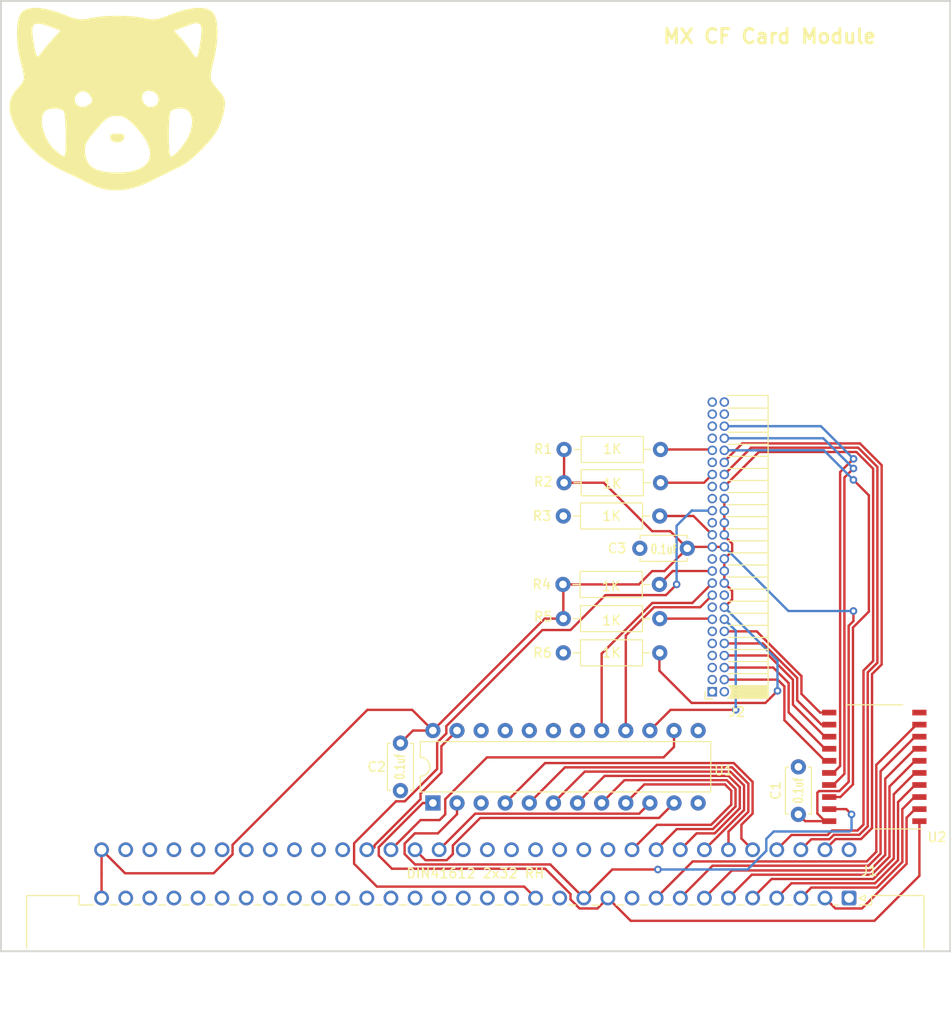
<source format=kicad_pcb>
(kicad_pcb (version 20221018) (generator pcbnew)
  (layers (0 "F.Cu" signal) (31 "B.Cu" signal) (34 "B.Paste" user) (35 "F.Paste" user) (36 "B.SilkS" user "B.Silkscreen") (37 "F.SilkS" user "F.Silkscreen") (38 "B.Mask" user) (39 "F.Mask" user) (44 "Edge.Cuts" user))
  (net 0 "")
  (net 1 "GND")
  (net 2 "VCC")
  (net 3 "/ADDR0")
  (net 4 "/ADDR1")
  (net 5 "/ADDR2")
  (net 6 "/ADDR3")
  (net 7 "/ADDR4")
  (net 8 "/ADDR5")
  (net 9 "/ADDR6")
  (net 10 "/ADDR7")
  (net 11 "/ADDR8")
  (net 12 "/ADDR9")
  (net 13 "/ADDR10")
  (net 14 "/ADDR11")
  (net 15 "/ADDR12")
  (net 16 "/ADDR13")
  (net 17 "/ADDR14")
  (net 18 "/ADDR15")
  (net 19 "/ADDR16")
  (net 20 "/ADDR17")
  (net 21 "/ADDR18")
  (net 22 "/ADDR19")
  (net 50 "/~{RES}")
  (net 52 "CLK^{E}")
  (net 53 "R{slash}~{W}")
  (net 55 "/DATA7")
  (net 56 "/DATA6")
  (net 57 "/DATA5")
  (net 58 "/DATA4")
  (net 59 "/DATA3")
  (net 60 "/DATA2")
  (net 61 "/DATA1")
  (net 62 "/DATA0")
  (net 63 "Net-(J2-~{CS1})")
  (net 64 "Net-(J2-~{ATA})")
  (net 65 "Net-(J2-~{WE})")
  (net 66 "Net-(J2-A10)")
  (net 67 "Net-(J2-~{PDIAG})")
  (net 68 "Net-(J2-~{DMACK})")
  (net 71 "/~{CE}")
  (net 72 "/~{READ}")
  (net 73 "/~{WRITE}")
  (net 79 "/DATA^{CF}7")
  (net 80 "/DATA^{CF}6")
  (net 81 "/DATA^{CF}5")
  (net 82 "/DATA^{CF}4")
  (net 83 "/DATA^{CF}3")
  (net 84 "/DATA^{CF}2")
  (net 85 "/DATA^{CF}1")
  (net 86 "/DATA^{CF}0")
  (footprint "Resistor_THT:R_Axial_DIN0207_L6.3mm_D2.5mm_P10.16mm_Horizontal" (layer "F.Cu") (at 228.44 112.2)
    (fp_text reference "R5")
    (fp_text value "1K")
  )
  (footprint "Capacitor_THT:C_Disc_D4.7mm_W2.5mm_P5.00mm" (layer "F.Cu") (at 211.28 130.3 90)
    (fp_text reference "C2")
    (fp_text value "0.1uf")
  )
  (footprint "Connector_PinSocket_1.27mm:PinSocket_2x25_P1.27mm_Horizontal" (layer "F.Cu") (at 247.505164 88.14)
    (fp_text reference "J2")
    (fp_text value "CF-Card")
  )
  (footprint "Resistor_THT:R_Axial_DIN0207_L6.3mm_D2.5mm_P10.16mm_Horizontal" (layer "F.Cu") (at 228.52 94.4)
    (fp_text reference "R1")
    (fp_text value "1K")
  )
  (footprint "Resistor_THT:R_Axial_DIN0207_L6.3mm_D2.5mm_P10.16mm_Horizontal" (layer "F.Cu") (at 228.52 97.9)
    (fp_text reference "R2")
    (fp_text value "1K")
  )
  (footprint "Resistor_THT:R_Axial_DIN0207_L6.3mm_D2.5mm_P10.16mm_Horizontal" (layer "F.Cu") (at 228.4 108.6)
    (fp_text reference "R4")
    (fp_text value "1K")
  )
  (footprint "card_bus:DIN41612_R_2x32_Male_Horizontal_THT" (layer "F.Cu") (at 217.9 100.42 -90)
    (fp_text reference "J1")
    (fp_text value "DIN41612 2x32 RH")
  )
  (footprint "Capacitor_THT:C_Disc_D4.7mm_W2.5mm_P5.00mm" (layer "F.Cu") (at 253.2 127.8 -90)
    (fp_text reference "C1")
    (fp_text value "0.1uf")
  )
  (footprint "Package_SO:SO-20_12.8x7.5mm_P1.27mm" (layer "F.Cu") (at 261.2 127.8 180)
    (fp_text reference "U2")
    (fp_text value "74HC245")
  )
  (footprint "Resistor_THT:R_Axial_DIN0207_L6.3mm_D2.5mm_P10.16mm_Horizontal" (layer "F.Cu") (at 228.44 101.4)
    (fp_text reference "R3")
    (fp_text value "1K")
  )
  (footprint "Resistor_THT:R_Axial_DIN0207_L6.3mm_D2.5mm_P10.16mm_Horizontal" (layer "F.Cu") (at 228.44 115.8)
    (fp_text reference "R6")
    (fp_text value "1K")
  )
  (footprint "Package_DIP:DIP-24_W7.62mm" (layer "F.Cu") (at 214.7 131.6 90)
    (fp_text reference "U1")
    (fp_text value "GAL16V8")
  )
  (footprint "Capacitor_THT:C_Disc_D4.7mm_W2.5mm_P5.00mm" (layer "F.Cu") (at 236.5 104.8)
    (fp_text reference "C3")
    (fp_text value "0.1uf")
  )
  (gr_poly (pts (xy 190.265108 47.930213) (xy 190.39857 47.939367) (xy 190.526882 47.953448) (xy 190.649903 47.972471) (xy 190.767494 47.99645) (xy 190.879513 48.025399) (xy 190.98582 48.059333) (xy 191.086275 48.098268) (xy 191.180737 48.142216) (xy 191.269066 48.191193) (xy 191.351121 48.245213) (xy 191.426761 48.304292) (xy 191.495847 48.368442) (xy 191.558237 48.43768) (xy 191.613792 48.512019) (xy 191.706816 48.665517) (xy 191.787476 48.847037) (xy 191.855812 49.054835) (xy 191.911861 49.287166) (xy 191.955663 49.542286) (xy 191.987257 49.818451) (xy 192.006681 50.113917) (xy 192.013974 50.426941) (xy 192.009174 50.755778) (xy 191.992321 51.098683) (xy 191.963453 51.453913) (xy 191.92261 51.819724) (xy 191.869828 52.194372) (xy 191.805149 52.576112) (xy 191.72861 52.963201) (xy 191.640249 53.353895) (xy 191.476125 54.053542) (xy 191.413286 54.339939) (xy 191.36409 54.590408) (xy 191.344802 54.703659) (xy 191.329157 54.809716) (xy 191.317232 54.909175) (xy 191.309106 55.002631) (xy 191.304856 55.09068) (xy 191.304559 55.173919) (xy 191.308292 55.252942) (xy 191.316134 55.328347) (xy 191.328162 55.400729) (xy 191.344453 55.470683) (xy 191.365085 55.538807) (xy 191.390135 55.605694) (xy 191.419681 55.671943) (xy 191.4538 55.738147) (xy 191.49257 55.804904) (xy 191.536069 55.87281) (xy 191.584373 55.942459) (xy 191.637561 56.014448) (xy 191.758898 56.16783) (xy 191.900698 56.337723) (xy 192.063582 56.528893) (xy 192.190487 56.672095) (xy 192.303671 56.805104) (xy 192.403678 56.929509) (xy 192.491051 57.046898) (xy 192.56633 57.158862) (xy 192.63006 57.266988) (xy 192.682783 57.372866) (xy 192.705187 57.425459) (xy 192.725042 57.478086) (xy 192.742416 57.530945) (xy 192.757378 57.584236) (xy 192.769995 57.638156) (xy 192.780336 57.692905) (xy 192.794456 57.805682) (xy 192.800283 57.924157) (xy 192.798358 58.049918) (xy 192.789224 58.184554) (xy 192.773424 58.329655) (xy 192.751501 58.48681) (xy 192.738853 58.59515) (xy 192.721011 58.711086) (xy 192.698364 58.833533) (xy 192.671298 58.961406) (xy 192.605462 59.22909) (xy 192.526603 59.505456) (xy 192.437823 59.781821) (xy 192.342222 60.049505) (xy 192.2429 60.299826) (xy 192.142958 60.524102) (xy 192.014936 60.773059) (xy 191.851762 61.041125) (xy 191.657349 61.32446) (xy 191.435612 61.619229) (xy 191.190465 61.921594) (xy 190.925824 62.227719) (xy 190.645602 62.533766) (xy 190.353714 62.835899) (xy 190.054075 63.13028) (xy 189.750598 63.413073) (xy 189.4472 63.68044) (xy 189.147793 63.928545) (xy 188.856292 64.153551) (xy 188.576613 64.35162) (xy 188.312669 64.518915) (xy 188.068375 64.651601) (xy 186.831447 65.246914) (xy 185.999663 65.656191) (xy 185.157958 66.080351) (xy 184.681921 66.309484) (xy 184.215845 66.510712) (xy 183.759148 66.684035) (xy 183.311249 66.829453) (xy 182.871567 66.946965) (xy 182.439519 67.036572) (xy 182.014526 67.098274) (xy 181.596005 67.13207) (xy 181.183375 67.137961) (xy 180.776055 67.115947) (xy 180.373463 67.066028) (xy 179.975019 66.988203) (xy 179.58014 66.882473) (xy 179.188245 66.748838) (xy 178.798754 66.587297) (xy 178.411084 66.397852) (xy 177.782698 66.078698) (xy 177.03525 65.709935) (xy 176.267959 65.341172) (xy 175.580042 65.022017) (xy 175.203599 64.833444) (xy 174.829442 64.625918) (xy 174.459239 64.400951) (xy 174.094655 64.160055) (xy 173.737358 63.904741) (xy 173.389013 63.636521) (xy 173.051289 63.356906) (xy 172.72585 63.067409) (xy 172.414364 62.769539) (xy 172.118497 62.46481) (xy 171.839916 62.154732) (xy 171.580287 61.840817) (xy 171.341277 61.524577) (xy 171.124552 61.207523) (xy 170.93178 60.891166) (xy 170.764626 60.577019) (xy 170.602162 60.238538) (xy 170.46206 59.916801) (xy 170.41881 59.804271) (xy 173.517395 59.804271) (xy 173.520278 59.943169) (xy 173.546833 60.232544) (xy 173.599976 60.533546) (xy 173.67835 60.841602) (xy 173.780598 61.152139) (xy 173.905364 61.460583) (xy 174.051292 61.76236) (xy 174.217025 62.052898) (xy 174.401206 62.327622) (xy 174.602479 62.581961) (xy 174.709102 62.700056) (xy 174.819488 62.811339) (xy 174.933469 62.915239) (xy 175.050876 63.011185) (xy 175.115607 63.06509) (xy 175.180532 63.117483) (xy 175.245224 63.168094) (xy 175.309258 63.21665) (xy 175.372206 63.262881) (xy 175.433643 63.306516) (xy 175.493142 63.347282) (xy 175.550277 63.384909) (xy 175.604621 63.419125) (xy 175.655748 63.44966) (xy 175.703232 63.476241) (xy 175.746647 63.498597) (xy 175.785566 63.516458) (xy 175.819562 63.529552) (xy 175.848211 63.537607) (xy 175.860396 63.53966) (xy 175.871084 63.540352) (xy 175.892559 63.527968) (xy 175.912348 63.491822) (xy 175.946945 63.354265) (xy 175.975031 63.139737) (xy 175.995073 62.881994) (xy 178.050951 62.881994) (xy 178.055492 63.02139) (xy 178.067126 63.169934) (xy 178.101962 63.437579) (xy 178.157301 63.685148) (xy 178.192865 63.801525) (xy 178.233802 63.913028) (xy 178.280193 64.019706) (xy 178.332122 64.121607) (xy 178.389671 64.21878) (xy 178.452922 64.311273) (xy 178.521958 64.399134) (xy 178.596861 64.482412) (xy 178.677713 64.561156) (xy 178.764596 64.635413) (xy 178.857593 64.705233) (xy 178.956787 64.770664) (xy 179.062259 64.831753) (xy 179.174093 64.88855) (xy 179.417172 64.989462) (xy 179.686684 65.073785) (xy 179.983287 65.141907) (xy 180.307641 65.194217) (xy 180.660404 65.231101) (xy 181.042234 65.252947) (xy 181.453792 65.260143) (xy 181.790267 65.254367) (xy 182.110057 65.237192) (xy 182.413065 65.208845) (xy 182.699194 65.169554) (xy 182.968347 65.119547) (xy 183.220428 65.059051) (xy 183.45534 64.988294) (xy 183.672985 64.907503) (xy 183.873266 64.816907) (xy 184.056088 64.716733) (xy 184.221352 64.607209) (xy 184.368963 64.488562) (xy 184.498822 64.361021) (xy 184.610834 64.224812) (xy 184.704901 64.080164) (xy 184.780927 63.927305) (xy 184.838814 63.766461) (xy 184.878466 63.597861) (xy 184.899786 63.421732) (xy 184.902677 63.238303) (xy 184.887041 63.0478) (xy 184.852783 62.850452) (xy 184.799805 62.646486) (xy 184.728011 62.436129) (xy 184.637302 62.219611) (xy 184.527584 61.997157) (xy 184.398758 61.768997) (xy 184.250727 61.535357) (xy 184.123858 61.354232) (xy 186.881058 61.354232) (xy 186.896406 62.168808) (xy 186.936869 62.867732) (xy 186.966227 63.144272) (xy 187.001516 63.356436) (xy 187.042618 63.492403) (xy 187.065313 63.528119) (xy 187.089417 63.540352) (xy 187.138666 63.535767) (xy 187.19195 63.522278) (xy 187.248964 63.500282) (xy 187.309404 63.470176) (xy 187.439338 63.387222) (xy 187.57931 63.276596) (xy 187.726879 63.141475) (xy 187.879602 62.985037) (xy 188.035038 62.810461) (xy 188.190745 62.620925) (xy 188.344282 62.419606) (xy 188.493207 62.209684) (xy 188.635078 61.994335) (xy 188.767454 61.776738) (xy 188.887892 61.560072) (xy 188.993951 61.347514) (xy 189.08319 61.142242) (xy 189.153166 60.947434) (xy 189.19503 60.793523) (xy 189.231352 60.648797) (xy 189.262171 60.512519) (xy 189.287525 60.383955) (xy 189.307452 60.262367) (xy 189.321993 60.147019) (xy 189.331185 60.037174) (xy 189.335067 59.932097) (xy 189.333678 59.83105) (xy 189.327057 59.733297) (xy 189.315243 59.638103) (xy 189.298273 59.54473) (xy 189.276188 59.452443) (xy 189.249026 59.360504) (xy 189.216825 59.268177) (xy 189.179625 59.174727) (xy 189.134596 59.088815) (xy 189.08852 59.009569) (xy 189.040971 58.936835) (xy 188.991523 58.870456) (xy 188.93975 58.810279) (xy 188.885225 58.756148) (xy 188.827522 58.707908) (xy 188.797345 58.685949) (xy 188.766214 58.665404) (xy 188.734075 58.646255) (xy 188.700876 58.628481) (xy 188.666562 58.612064) (xy 188.63108 58.596985) (xy 188.556401 58.570759) (xy 188.476412 58.549649) (xy 188.390687 58.5335) (xy 188.2988 58.522157) (xy 188.200324 58.515465) (xy 188.094832 58.513269) (xy 188.015231 58.51509) (xy 187.935514 58.5204) (xy 187.856184 58.528965) (xy 187.777746 58.540554) (xy 187.700703 58.554933) (xy 187.625559 58.57187) (xy 187.552818 58.591132) (xy 187.482984 58.612487) (xy 187.416561 58.635703) (xy 187.354052 58.660547) (xy 187.295961 58.686785) (xy 187.242793 58.714187) (xy 187.19505 58.742518) (xy 187.153238 58.771548) (xy 187.117859 58.801042) (xy 187.102739 58.815891) (xy 187.089417 58.830769) (xy 187.06306 58.883853) (xy 187.038548 58.957783) (xy 186.995005 59.162273) (xy 186.95867 59.432418) (xy 186.929427 59.756397) (xy 186.891755 60.518572) (xy 186.881058 61.354232) (xy 184.123858 61.354232) (xy 184.083396 61.296466) (xy 183.896666 61.05255) (xy 183.690442 60.803839) (xy 183.464626 60.550559) (xy 183.292614 60.366546) (xy 183.132811 60.200865) (xy 182.983783 60.052625) (xy 182.844095 59.920934) (xy 182.712314 59.804901) (xy 182.587005 59.703635) (xy 182.466734 59.616243) (xy 182.350068 59.541836) (xy 182.292639 59.509222) (xy 182.235573 59.479521) (xy 182.17869 59.452619) (xy 182.121813 59.428406) (xy 182.064762 59.406771) (xy 182.007356 59.387601) (xy 181.949418 59.370786) (xy 181.890768 59.356214) (xy 181.770614 59.333354) (xy 181.64546 59.318129) (xy 181.513872 59.309647) (xy 181.374417 59.307018) (xy 181.23117 59.309699) (xy 181.097845 59.318542) (xy 180.972581 59.334749) (xy 180.853519 59.359521) (xy 180.738797 59.394061) (xy 180.626556 59.439568) (xy 180.514935 59.497246) (xy 180.402074 59.568294) (xy 180.286112 59.653916) (xy 180.165189 59.755312) (xy 180.037445 59.873683) (xy 179.901019 60.010232) (xy 179.754051 60.166159) (xy 179.594681 60.342666) (xy 179.231292 60.762227) (xy 179.042938 60.985185) (xy 178.874157 61.189074) (xy 178.724056 61.37591) (xy 178.591745 61.547709) (xy 178.476332 61.706485) (xy 178.376926 61.854253) (xy 178.292635 61.99303) (xy 178.25588 62.059677) (xy 178.222569 62.124831) (xy 178.192591 62.188745) (xy 178.165834 62.251671) (xy 178.142188 62.31386) (xy 178.121541 62.375565) (xy 178.103781 62.437037) (xy 178.088798 62.498529) (xy 178.076478 62.560292) (xy 178.066712 62.622578) (xy 178.059388 62.685639) (xy 178.054394 62.749728) (xy 178.050951 62.881994) (xy 175.995073 62.881994) (xy 175.996761 62.86029) (xy 176.021772 62.154855) (xy 176.023219 61.334388) (xy 176.002342 60.495318) (xy 175.960381 59.734073) (xy 175.931881 59.412768) (xy 175.898576 59.14708) (xy 175.860619 58.949063) (xy 175.818167 58.830769) (xy 175.790398 58.79465) (xy 175.756931 58.760715) (xy 175.718115 58.72898) (xy 175.6743 58.699459) (xy 175.625834 58.672167) (xy 175.573066 58.647118) (xy 175.456019 58.603806) (xy 175.325949 58.569642) (xy 175.185648 58.54474) (xy 175.037905 58.529218) (xy 174.885511 58.523191) (xy 174.731257 58.526776) (xy 174.577933 58.540089) (xy 174.42833 58.563246) (xy 174.285238 58.596365) (xy 174.151447 58.63956) (xy 174.088912 58.664972) (xy 174.029749 58.692948) (xy 173.974307 58.723501) (xy 173.922934 58.756646) (xy 173.87598 58.792397) (xy 173.833792 58.830769) (xy 173.766171 58.907491) (xy 173.707062 58.993408) (xy 173.656296 59.087948) (xy 173.613703 59.19054) (xy 173.579112 59.300613) (xy 173.552356 59.417594) (xy 173.533264 59.540911) (xy 173.521667 59.669994) (xy 173.517395 59.804271) (xy 170.41881 59.804271) (xy 170.344361 59.610566) (xy 170.249102 59.318595) (xy 170.2099 59.17757) (xy 170.176322 59.039645) (xy 170.148374 58.904667) (xy 170.12606 58.772478) (xy 170.109386 58.642925) (xy 170.098355 58.515853) (xy 170.092974 58.391106) (xy 170.093246 58.26853) (xy 170.099176 58.147969) (xy 170.11077 58.029268) (xy 170.128033 57.912272) (xy 170.150968 57.796827) (xy 170.179582 57.682777) (xy 170.208379 57.588054) (xy 176.990189 57.588054) (xy 176.993909 57.661362) (xy 177.005143 57.732839) (xy 177.023537 57.802125) (xy 177.048738 57.868864) (xy 177.080392 57.932696) (xy 177.118146 57.993262) (xy 177.161646 58.050204) (xy 177.210537 58.103165) (xy 177.264467 58.151784) (xy 177.323082 58.195704) (xy 177.386028 58.234567) (xy 177.452951 58.268012) (xy 177.523499 58.295684) (xy 177.597316 58.317221) (xy 177.67405 58.332267) (xy 177.753346 58.340463) (xy 177.834852 58.341449) (xy 177.918214 58.334869) (xy 178.003077 58.320362) (xy 178.089088 58.297571) (xy 178.175894 58.266137) (xy 178.263141 58.225702) (xy 178.350475 58.175907) (xy 178.437542 58.116393) (xy 178.507939 58.063283) (xy 178.570351 58.01273) (xy 178.624857 57.964193) (xy 178.649169 57.940511) (xy 178.671533 57.917129) (xy 178.69196 57.89398) (xy 178.710458 57.870995) (xy 178.727039 57.848107) (xy 178.74171 57.825248) (xy 178.754482 57.802351) (xy 178.765365 57.779347) (xy 178.774368 57.756168) (xy 178.7815 57.732748) (xy 178.786773 57.709017) (xy 178.790195 57.684908) (xy 178.791776 57.660354) (xy 178.791526 57.635286) (xy 178.789454 57.609637) (xy 178.78557 57.583338) (xy 178.779884 57.556323) (xy 178.772405 57.528522) (xy 178.763144 57.499869) (xy 178.752109 57.470296) (xy 178.739311 57.439734) (xy 178.72476 57.408116) (xy 178.705897 57.371478) (xy 184.089961 57.371478) (xy 184.092521 57.422656) (xy 184.097771 57.47414) (xy 184.105665 57.525749) (xy 184.116161 57.577305) (xy 184.129215 57.628629) (xy 184.144783 57.679541) (xy 184.162822 57.729861) (xy 184.183288 57.779412) (xy 184.206138 57.828013) (xy 184.231328 57.875485) (xy 184.258814 57.921649) (xy 184.288553 57.966326) (xy 184.320502 58.009336) (xy 184.354615 58.0505) (xy 184.390851 58.089639) (xy 184.429165 58.126574) (xy 184.469514 58.161126) (xy 184.511854 58.193114) (xy 184.556141 58.222361) (xy 184.602333 58.248686) (xy 184.671676 58.280266) (xy 184.740671 58.305685) (xy 184.809123 58.325134) (xy 184.876839 58.338809) (xy 184.943624 58.346903) (xy 185.009285 58.349609) (xy 185.073629 58.347122) (xy 185.136461 58.339636) (xy 185.197588 58.327343) (xy 185.256816 58.310438) (xy 185.313951 58.289115) (xy 185.368799 58.263568) (xy 185.421166 58.23399) (xy 185.47086 58.200574) (xy 185.517685 58.163516) (xy 185.561448 58.123008) (xy 185.601956 58.079245) (xy 185.639015 58.032419) (xy 185.67243 57.982726) (xy 185.702008 57.930358) (xy 185.727556 57.87551) (xy 185.748879 57.818376) (xy 185.765783 57.759148) (xy 185.778076 57.698021) (xy 185.785562 57.635189) (xy 185.788049 57.570845) (xy 185.785342 57.505184) (xy 185.777248 57.438399) (xy 185.763573 57.370683) (xy 185.744124 57.302231) (xy 185.718705 57.233236) (xy 185.687124 57.163893) (xy 185.660799 57.117702) (xy 185.631553 57.073414) (xy 185.599564 57.031074) (xy 185.565013 56.990726) (xy 185.528078 56.952412) (xy 185.488939 56.916176) (xy 185.447774 56.882062) (xy 185.404764 56.850114) (xy 185.360088 56.820375) (xy 185.313924 56.792889) (xy 185.266452 56.767699) (xy 185.217851 56.744849) (xy 185.168301 56.724383) (xy 185.11798 56.706344) (xy 185.067068 56.690776) (xy 185.015745 56.677722) (xy 184.964188 56.667226) (xy 184.912579 56.659332) (xy 184.861096 56.654082) (xy 184.809918 56.651522) (xy 184.759224 56.651694) (xy 184.709194 56.654642) (xy 184.660007 56.66041) (xy 184.611842 56.66904) (xy 184.564879 56.680578) (xy 184.519296 56.695066) (xy 184.475273 56.712548) (xy 184.43299 56.733067) (xy 184.392625 56.756668) (xy 184.354358 56.783394) (xy 184.318368 56.813288) (xy 184.284834 56.846394) (xy 184.251728 56.879928) (xy 184.221834 56.915918) (xy 184.195108 56.954185) (xy 184.171507 56.99455) (xy 184.150987 57.036834) (xy 184.133505 57.080856) (xy 184.119017 57.126439) (xy 184.10748 57.173402) (xy 184.098849 57.221567) (xy 184.093081 57.270754) (xy 184.090133 57.320784) (xy 184.089961 57.371478) (xy 178.705897 57.371478) (xy 178.690434 57.341441) (xy 178.649209 57.269727) (xy 178.613873 57.214149) (xy 178.577366 57.161523) (xy 178.539753 57.111851) (xy 178.501104 57.06514) (xy 178.461486 57.021393) (xy 178.420967 56.980617) (xy 178.379614 56.942815) (xy 178.337496 56.907992) (xy 178.294681 56.876154) (xy 178.251236 56.847304) (xy 178.207228 56.821449) (xy 178.162727 56.798593) (xy 178.117799 56.77874) (xy 178.072513 56.761896) (xy 178.026936 56.748066) (xy 177.981136 56.737253) (xy 177.935181 56.729464) (xy 177.889139 56.724702) (xy 177.843077 56.722974) (xy 177.797064 56.724282) (xy 177.751168 56.728634) (xy 177.705455 56.736032) (xy 177.659994 56.746483) (xy 177.614853 56.759991) (xy 177.5701 56.776561) (xy 177.525802 56.796197) (xy 177.482027 56.818905) (xy 177.438843 56.844689) (xy 177.396319 56.873554) (xy 177.35452 56.905506) (xy 177.313517 56.940548) (xy 177.273376 56.978686) (xy 177.204251 57.053738) (xy 177.14547 57.129827) (xy 177.096679 57.206594) (xy 177.057523 57.28368) (xy 177.02765 57.360728) (xy 177.006706 57.437379) (xy 176.994337 57.513274) (xy 176.990189 57.588054) (xy 170.208379 57.588054) (xy 170.213878 57.569968) (xy 170.253862 57.458243) (xy 170.299538 57.347449) (xy 170.350912 57.23743) (xy 170.407987 57.128031) (xy 170.47077 57.019097) (xy 170.539265 56.910473) (xy 170.613476 56.802004) (xy 170.693409 56.693535) (xy 170.870459 56.475977) (xy 171.174006 56.13605) (xy 171.294038 55.994262) (xy 171.393838 55.864955) (xy 171.474104 55.743399) (xy 171.507131 55.68405) (xy 171.535535 55.624866) (xy 171.559404 55.565256) (xy 171.578827 55.504628) (xy 171.593889 55.442392) (xy 171.604678 55.377956) (xy 171.611281 55.31073) (xy 171.613786 55.240122) (xy 171.606848 55.086398) (xy 171.584563 54.912055) (xy 171.547627 54.712364) (xy 171.496739 54.482598) (xy 171.432595 54.218027) (xy 171.267334 53.565561) (xy 171.174614 53.190222) (xy 171.094838 52.810154) (xy 171.02793 52.428072) (xy 170.973812 52.046687) (xy 170.932406 51.668712) (xy 170.903635 51.296862) (xy 170.887422 50.933848) (xy 170.883688 50.582383) (xy 170.889332 50.362849) (xy 172.510663 50.362849) (xy 172.513402 50.477869) (xy 172.520642 50.601503) (xy 172.547753 50.87504) (xy 172.590251 51.18431) (xy 172.64714 51.544236) (xy 172.69934 51.861065) (xy 172.747741 52.136345) (xy 172.793236 52.371628) (xy 172.815172 52.474755) (xy 172.836715 52.568464) (xy 172.857977 52.652948) (xy 172.87907 52.728402) (xy 172.900105 52.79502) (xy 172.921193 52.852994) (xy 172.942446 52.90252) (xy 172.963975 52.94379) (xy 172.985891 52.976998) (xy 173.008307 53.002339) (xy 173.019736 53.01212) (xy 173.031332 53.020006) (xy 173.043109 53.026022) (xy 173.05508 53.030193) (xy 173.06726 53.032542) (xy 173.079661 53.033093) (xy 173.092299 53.031871) (xy 173.105187 53.028901) (xy 173.118339 53.024205) (xy 173.131769 53.01781) (xy 173.159518 53.000014) (xy 173.188547 52.975706) (xy 173.218965 52.945081) (xy 173.250886 52.908333) (xy 173.28442 52.865654) (xy 173.319679 52.81724) (xy 173.356774 52.763283) (xy 173.436917 52.639518) (xy 173.540219 52.505366) (xy 173.668014 52.345169) (xy 173.976006 51.971446) (xy 174.318724 51.567956) (xy 174.654 51.18431) (xy 175.447751 50.337644) (xy 187.459834 50.337644) (xy 188.121293 51.052018) (xy 188.265676 51.212215) (xy 188.418121 51.391016) (xy 188.574287 51.582218) (xy 188.729833 51.779622) (xy 188.880418 51.977026) (xy 189.021702 52.168229) (xy 189.149342 52.347029) (xy 189.259 52.507226) (xy 189.30826 52.580342) (xy 189.356668 52.650629) (xy 189.403991 52.717737) (xy 189.449996 52.781318) (xy 189.49445 52.841024) (xy 189.537122 52.896505) (xy 189.577779 52.947413) (xy 189.616187 52.993399) (xy 189.652115 53.034113) (xy 189.68533 53.069208) (xy 189.7156 53.098334) (xy 189.729557 53.11055) (xy 189.742691 53.121143) (xy 189.754972 53.130069) (xy 189.766371 53.137286) (xy 189.77686 53.142748) (xy 189.786409 53.146413) (xy 189.794988 53.148237) (xy 189.80257 53.148177) (xy 189.809125 53.146188) (xy 189.814623 53.142227) (xy 189.837316 53.115396) (xy 189.860667 53.075164) (xy 189.908881 52.957949) (xy 189.958336 52.797481) (xy 190.0081 52.600659) (xy 190.104839 52.125546) (xy 190.191655 51.587801) (xy 190.261109 51.042614) (xy 190.305757 50.545177) (xy 190.316454 50.331611) (xy 190.31816 50.150679) (xy 190.309943 50.00928) (xy 190.290875 49.914311) (xy 190.259197 49.843624) (xy 190.223489 49.780417) (xy 190.204026 49.751631) (xy 190.18344 49.72473) (xy 190.16169 49.699717) (xy 190.138739 49.676599) (xy 190.114548 49.65538) (xy 190.089078 49.636066) (xy 190.06229 49.618659) (xy 190.034146 49.603167) (xy 190.004607 49.589593) (xy 189.973633 49.577942) (xy 189.941186 49.56822) (xy 189.907229 49.56043) (xy 189.87172 49.554579) (xy 189.834623 49.55067) (xy 189.755506 49.5487) (xy 189.669568 49.554558) (xy 189.576499 49.568285) (xy 189.475988 49.589918) (xy 189.367726 49.619496) (xy 189.251403 49.657058) (xy 189.126707 49.702643) (xy 188.094832 50.099519) (xy 187.459834 50.337644) (xy 175.447751 50.337644) (xy 174.733375 50.046603) (xy 174.361945 49.909389) (xy 174.030318 49.795972) (xy 173.73675 49.707205) (xy 173.603694 49.672331) (xy 173.479499 49.64394) (xy 173.363946 49.622137) (xy 173.256819 49.60703) (xy 173.157898 49.598725) (xy 173.066966 49.597328) (xy 172.983805 49.602946) (xy 172.908196 49.615686) (xy 172.839923 49.635654) (xy 172.778766 49.662956) (xy 172.724509 49.697701) (xy 172.676932 49.739993) (xy 172.635817 49.78994) (xy 172.600948 49.847648) (xy 172.572105 49.913224) (xy 172.549071 49.986774) (xy 172.531628 50.068405) (xy 172.519557 50.158223) (xy 172.512642 50.256336) (xy 172.510663 50.362849) (xy 170.889332 50.362849) (xy 170.892357 50.245182) (xy 170.913351 49.924956) (xy 170.946592 49.624419) (xy 170.992002 49.346283) (xy 171.049505 49.093262) (xy 171.119023 48.868069) (xy 171.200478 48.673417) (xy 171.245658 48.588392) (xy 171.293793 48.512019) (xy 171.349347 48.43768) (xy 171.411738 48.368442) (xy 171.480823 48.304292) (xy 171.556464 48.245213) (xy 171.726847 48.142216) (xy 171.921764 48.059333) (xy 172.140091 47.99645) (xy 172.380703 47.953448) (xy 172.642476 47.930213) (xy 172.924287 47.926628) (xy 173.225012 47.942577) (xy 173.543526 47.977943) (xy 173.878706 48.03261) (xy 174.229427 48.106462) (xy 174.594566 48.199383) (xy 174.972999 48.311256) (xy 175.363602 48.441966) (xy 175.76525 48.591395) (xy 176.021443 48.694399) (xy 176.255815 48.785388) (xy 176.470731 48.86475) (xy 176.668555 48.932872) (xy 176.851651 48.990143) (xy 177.022383 49.036949) (xy 177.183116 49.073678) (xy 177.336214 49.100717) (xy 177.484041 49.118455) (xy 177.628961 49.127279) (xy 177.773339 49.127576) (xy 177.919538 49.119734) (xy 178.069923 49.104141) (xy 178.226857 49.081184) (xy 178.392707 49.05125) (xy 178.569834 49.014728) (xy 178.862503 48.954266) (xy 179.182303 48.901866) (xy 179.525357 48.857527) (xy 179.88779 48.821251) (xy 180.265725 48.793035) (xy 180.655288 48.772881) (xy 181.453792 48.756758) (xy 182.252296 48.772881) (xy 182.641859 48.793035) (xy 183.019794 48.821251) (xy 183.382227 48.857527) (xy 183.725281 48.901866) (xy 184.04508 48.954266) (xy 184.33775 49.014728) (xy 184.514877 49.05125) (xy 184.680726 49.081184) (xy 184.837661 49.104141) (xy 184.988046 49.119734) (xy 185.134245 49.127576) (xy 185.278622 49.127279) (xy 185.423542 49.118455) (xy 185.571369 49.100717) (xy 185.724467 49.073678) (xy 185.8852 49.036949) (xy 186.055933 48.990143) (xy 186.239029 48.932872) (xy 186.436853 48.86475) (xy 186.651769 48.785388) (xy 187.142333 48.591395) (xy 187.543982 48.441966) (xy 187.934585 48.311256) (xy 188.313018 48.199383) (xy 188.678157 48.106462) (xy 189.028879 48.03261) (xy 189.364059 47.977943) (xy 189.682573 47.942577) (xy 189.835229 47.932168) (xy 189.983297 47.926628) (xy 190.126637 47.925972)) (fill solid) (layer "F.SilkS"))
  (gr_poly (pts (xy 181.571989 61.160374) (xy 181.678791 61.164321) (xy 181.72804 61.167357) (xy 181.774586 61.171135) (xy 181.818477 61.175679) (xy 181.859762 61.181012) (xy 181.898489 61.187159) (xy 181.934706 61.194144) (xy 181.968462 61.201992) (xy 181.999805 61.210726) (xy 182.028784 61.220371) (xy 182.055448 61.23095) (xy 182.079844 61.24249) (xy 182.102021 61.255012) (xy 182.122028 61.268543) (xy 182.139913 61.283105) (xy 182.155724 61.298723) (xy 182.169511 61.315422) (xy 182.18132 61.333225) (xy 182.191202 61.352157) (xy 182.199204 61.372243) (xy 182.205374 61.393505) (xy 182.209762 61.415969) (xy 182.212415 61.439659) (xy 182.213382 61.464598) (xy 182.212712 61.490812) (xy 182.210453 61.518324) (xy 182.206653 61.547159) (xy 182.201361 61.57734) (xy 182.194625 61.608893) (xy 182.181363 61.666564) (xy 182.161707 61.720514) (xy 182.136082 61.770743) (xy 182.104915 61.817252) (xy 182.068631 61.86004) (xy 182.027658 61.899107) (xy 181.982422 61.934454) (xy 181.933349 61.96608) (xy 181.880865 61.993985) (xy 181.825397 62.01817) (xy 181.767371 62.038634) (xy 181.707213 62.055377) (xy 181.64535 62.068399) (xy 181.582207 62.077701) (xy 181.518213 62.083282) (xy 181.453792 62.085143) (xy 181.38937 62.083282) (xy 181.325376 62.077701) (xy 181.262234 62.068399) (xy 181.20037 62.055377) (xy 181.140213 62.038634) (xy 181.082186 62.01817) (xy 181.026718 61.993985) (xy 180.974234 61.96608) (xy 180.925161 61.934454) (xy 180.879925 61.899107) (xy 180.838952 61.86004) (xy 180.802669 61.817252) (xy 180.771501 61.770743) (xy 180.745876 61.720514) (xy 180.72622 61.666564) (xy 180.712958 61.608893) (xy 180.700931 61.547159) (xy 180.694872 61.490812) (xy 180.694201 61.464598) (xy 180.695169 61.439659) (xy 180.697822 61.415969) (xy 180.70221 61.393505) (xy 180.70838 61.372243) (xy 180.716382 61.352157) (xy 180.726263 61.333225) (xy 180.738073 61.315422) (xy 180.751859 61.298723) (xy 180.767671 61.283105) (xy 180.785556 61.268543) (xy 180.805562 61.255012) (xy 180.82774 61.24249) (xy 180.852136 61.23095) (xy 180.878799 61.220371) (xy 180.907778 61.210726) (xy 180.972878 61.194144) (xy 181.047821 61.181012) (xy 181.132997 61.171135) (xy 181.228792 61.164321) (xy 181.335595 61.160374) (xy 181.453792 61.159101)) (fill solid) (layer "F.SilkS"))
  (gr_rect (start 169.2 47.2) (end 269.2 147.2) (stroke (width 0.2)) (fill none) (layer "Edge.Cuts"))
  (gr_text "MX CF Card Module" (at 238.8 51.8) (layer "F.SilkS") (effects (font (size 1.5 1.5) (thickness 0.3) bold) (justify left bottom)))
  (segment (start 179.8 139) (end 179.8 141.6) (width 0.25) (layer "F.Cu") (net 2))
  (segment (start 193.6 137) (end 191.6 139) (width 0.25) (layer "F.Cu") (net 2))
  (segment (start 255.375 130.35) (end 255.2 130.525) (width 0.25) (layer "F.Cu") (net 2))
  (segment (start 231.1 97.9) (end 231.190991 97.9) (width 0.25) (layer "F.Cu") (net 2))
  (segment (start 237.8 103) (end 232.7 97.9) (width 0.25) (layer "F.Cu") (net 2))
  (segment (start 258.5 129.375) (end 257.525 130.35) (width 0.25) (layer "F.Cu") (net 2))
  (segment (start 239.7 103) (end 237.8 103) (width 0.25) (layer "F.Cu") (net 2))
  (segment (start 253.915 133.515) (end 256.45 133.515) (width 0.25) (layer "F.Cu") (net 2))
  (segment (start 214.7 123.98) (end 212.52 121.8) (width 0.25) (layer "F.Cu") (net 2))
  (segment (start 226.48 112.2) (end 214.7 123.98) (width 0.25) (layer "F.Cu") (net 2))
  (segment (start 241.65 104.65) (end 241.5 104.8) (width 0.25) (layer "F.Cu") (net 2))
  (segment (start 241.5 104.8) (end 239.7 103) (width 0.25) (layer "F.Cu") (net 2))
  (segment (start 214.7 123.98) (end 212.6 123.98) (width 0.25) (layer "F.Cu") (net 2))
  (segment (start 228.44 108.64) (end 228.44 112.2) (width 0.25) (layer "F.Cu") (net 2))
  (segment (start 255.2 132.715) (end 256 133.515) (width 0.25) (layer "F.Cu") (net 2))
  (segment (start 241.5 104.8) (end 239.1 107.2) (width 0.25) (layer "F.Cu") (net 2))
  (segment (start 256 133.515) (end 256.45 133.515) (width 0.25) (layer "F.Cu") (net 2))
  (segment (start 257.525 130.35) (end 255.375 130.35) (width 0.25) (layer "F.Cu") (net 2))
  (segment (start 237.8 107.2) (end 236.4 108.6) (width 0.25) (layer "F.Cu") (net 2))
  (segment (start 228.52 97.9) (end 231.1 97.9) (width 0.25) (layer "F.Cu") (net 2))
  (segment (start 245.4 104.65) (end 244.13 104.65) (width 0.25) (layer "F.Cu") (net 2))
  (segment (start 212.6 123.98) (end 211.28 125.3) (width 0.25) (layer "F.Cu") (net 2))
  (segment (start 255.2 130.525) (end 255.2 132.715) (width 0.25) (layer "F.Cu") (net 2))
  (segment (start 228.44 112.2) (end 226.48 112.2) (width 0.25) (layer "F.Cu") (net 2))
  (segment (start 207.8 121.8) (end 193.6 136) (width 0.25) (layer "F.Cu") (net 2))
  (segment (start 258.5 112.954595) (end 258.5 129.375) (width 0.25) (layer "F.Cu") (net 2))
  (segment (start 244.13 104.65) (end 241.65 104.65) (width 0.25) (layer "F.Cu") (net 2))
  (segment (start 259 112.454596) (end 258.5 112.954595) (width 0.25) (layer "F.Cu") (net 2))
  (segment (start 253.2 132.8) (end 253.915 133.515) (width 0.25) (layer "F.Cu") (net 2))
  (segment (start 191.6 139) (end 182.28 139) (width 0.25) (layer "F.Cu") (net 2))
  (segment (start 212.52 121.8) (end 207.8 121.8) (width 0.25) (layer "F.Cu") (net 2))
  (segment (start 182.28 139) (end 179.8 136.52) (width 0.25) (layer "F.Cu") (net 2))
  (segment (start 228.52 97.9) (end 228.52 94.4) (width 0.25) (layer "F.Cu") (net 2))
  (segment (start 228.4 108.6) (end 228.44 108.64) (width 0.25) (layer "F.Cu") (net 2))
  (segment (start 193.6 136) (end 193.6 137) (width 0.25) (layer "F.Cu") (net 2))
  (segment (start 259 111.4) (end 259 112.454596) (width 0.25) (layer "F.Cu") (net 2))
  (segment (start 232.7 97.9) (end 231.1 97.9) (width 0.25) (layer "F.Cu") (net 2))
  (segment (start 239.1 107.2) (end 237.8 107.2) (width 0.25) (layer "F.Cu") (net 2))
  (segment (start 236.4 108.6) (end 228.4 108.6) (width 0.25) (layer "F.Cu") (net 2))
  (segment (start 179.8 139) (end 179.8 136.52) (width 0.25) (layer "F.Cu") (net 2))
  (via (at 259 111.4) (size 0.8) (drill 0.4) (layers "F.Cu" "B.Cu") (net 2))
  (segment (start 259 111.4) (end 252.15 111.4) (width 0.25) (layer "B.Cu") (net 2))
  (segment (start 252.15 111.4) (end 245.4 104.65) (width 0.25) (layer "B.Cu") (net 2))
  (segment (start 247.294026 93.762701) (end 245.296727 95.76) (width 0.25) (layer "F.Cu") (net 3))
  (segment (start 257.12 135.4) (end 259.8 135.4) (width 0.25) (layer "F.Cu") (net 3))
  (segment (start 259.685396 93.762701) (end 247.294026 93.762701) (width 0.25) (layer "F.Cu") (net 3))
  (segment (start 261.975 96.052305) (end 259.685396 93.762701) (width 0.25) (layer "F.Cu") (net 3))
  (segment (start 259.8 135.4) (end 260.95901 134.24099) (width 0.25) (layer "F.Cu") (net 3))
  (segment (start 245.296727 95.76) (end 245.4 95.76) (width 0.25) (layer "F.Cu") (net 3))
  (segment (start 261.975 117.025) (end 261.975 96.052305) (width 0.25) (layer "F.Cu") (net 3))
  (segment (start 260.95901 118.04099) (end 261.975 117.025) (width 0.25) (layer "F.Cu") (net 3))
  (segment (start 260.95901 134.24099) (end 260.95901 118.04099) (width 0.25) (layer "F.Cu") (net 3))
  (segment (start 256 136.52) (end 257.12 135.4) (width 0.25) (layer "F.Cu") (net 3))
  (segment (start 256.68 136.52) (end 256 136.52) (width 0.25) (layer "F.Cu") (net 3))
  (segment (start 260.50901 117.854594) (end 260.50901 134.054594) (width 0.25) (layer "F.Cu") (net 4))
  (segment (start 245.4 97.03) (end 248.217299 94.212701) (width 0.25) (layer "F.Cu") (net 4))
  (segment (start 256.463604 135.42) (end 254.56 135.42) (width 0.25) (layer "F.Cu") (net 4))
  (segment (start 254.56 135.42) (end 253.46 136.52) (width 0.25) (layer "F.Cu") (net 4))
  (segment (start 256.933604 134.95) (end 256.463604 135.42) (width 0.25) (layer "F.Cu") (net 4))
  (segment (start 260.50901 134.054594) (end 259.613604 134.95) (width 0.25) (layer "F.Cu") (net 4))
  (segment (start 259.499 94.212701) (end 261.525 96.238701) (width 0.25) (layer "F.Cu") (net 4))
  (segment (start 261.525 96.238701) (end 261.525 116.838604) (width 0.25) (layer "F.Cu") (net 4))
  (segment (start 248.217299 94.212701) (end 259.499 94.212701) (width 0.25) (layer "F.Cu") (net 4))
  (segment (start 261.525 116.838604) (end 260.50901 117.854594) (width 0.25) (layer "F.Cu") (net 4))
  (segment (start 259.613604 134.95) (end 256.933604 134.95) (width 0.25) (layer "F.Cu") (net 4))
  (segment (start 261.075 96.425097) (end 259.312604 94.662701) (width 0.25) (layer "F.Cu") (net 5))
  (segment (start 260.05901 124) (end 260.05901 117.668198) (width 0.25) (layer "F.Cu") (net 5))
  (segment (start 252.47 134.97) (end 256.277208 134.97) (width 0.25) (layer "F.Cu") (net 5))
  (segment (start 260.05901 133.868198) (end 260.05901 124) (width 0.25) (layer "F.Cu") (net 5))
  (segment (start 256.277208 134.97) (end 256.747208 134.5) (width 0.25) (layer "F.Cu") (net 5))
  (segment (start 260.05901 117.668198) (end 261.075 116.652208) (width 0.25) (layer "F.Cu") (net 5))
  (segment (start 259.312604 94.662701) (end 249.037299 94.662701) (width 0.25) (layer "F.Cu") (net 5))
  (segment (start 260.05901 127.38099) (end 260.05901 124) (width 0.25) (layer "F.Cu") (net 5))
  (segment (start 259.427208 134.5) (end 260.05901 133.868198) (width 0.25) (layer "F.Cu") (net 5))
  (segment (start 249.037299 94.662701) (end 245.4 98.3) (width 0.25) (layer "F.Cu") (net 5))
  (segment (start 256.747208 134.5) (end 259.427208 134.5) (width 0.25) (layer "F.Cu") (net 5))
  (segment (start 261.075 116.652208) (end 261.075 96.425097) (width 0.25) (layer "F.Cu") (net 5))
  (segment (start 250.92 136.52) (end 252.47 134.97) (width 0.25) (layer "F.Cu") (net 5))
  (segment (start 248.38 132.712792) (end 248.38 129.38) (width 0.25) (layer "F.Cu") (net 6))
  (segment (start 246.4 127.4) (end 226.52 127.4) (width 0.25) (layer "F.Cu") (net 6))
  (segment (start 247.2 135.34) (end 247.2 133.892792) (width 0.25) (layer "F.Cu") (net 6))
  (segment (start 247.2 133.892792) (end 248.38 132.712792) (width 0.25) (layer "F.Cu") (net 6))
  (segment (start 248.38 136.52) (end 247.2 135.34) (width 0.25) (layer "F.Cu") (net 6))
  (segment (start 226.52 127.4) (end 222.32 131.6) (width 0.25) (layer "F.Cu") (net 6))
  (segment (start 248.38 129.38) (end 246.4 127.4) (width 0.25) (layer "F.Cu") (net 6))
  (segment (start 247.93 129.566396) (end 246.213604 127.85) (width 0.25) (layer "F.Cu") (net 7))
  (segment (start 245.84 136.52) (end 245.84 134.616396) (width 0.25) (layer "F.Cu") (net 7))
  (segment (start 245.84 134.616396) (end 247.93 132.526396) (width 0.25) (layer "F.Cu") (net 7))
  (segment (start 247.93 132.526396) (end 247.93 129.566396) (width 0.25) (layer "F.Cu") (net 7))
  (segment (start 228.61 127.85) (end 224.86 131.6) (width 0.25) (layer "F.Cu") (net 7))
  (segment (start 246.213604 127.85) (end 228.61 127.85) (width 0.25) (layer "F.Cu") (net 7))
  (segment (start 247.48 129.752792) (end 246.027208 128.3) (width 0.25) (layer "F.Cu") (net 8))
  (segment (start 243.3 136.52) (end 247.48 132.34) (width 0.25) (layer "F.Cu") (net 8))
  (segment (start 247.48 132.34) (end 247.48 129.752792) (width 0.25) (layer "F.Cu") (net 8))
  (segment (start 230.7 128.3) (end 227.4 131.6) (width 0.25) (layer "F.Cu") (net 8))
  (segment (start 246.027208 128.3) (end 230.7 128.3) (width 0.25) (layer "F.Cu") (net 8))
  (segment (start 247.03 132.153604) (end 247.03 129.939188) (width 0.25) (layer "F.Cu") (net 9))
  (segment (start 244.383604 134.8) (end 247.03 132.153604) (width 0.25) (layer "F.Cu") (net 9))
  (segment (start 240.76 136.52) (end 242.48 134.8) (width 0.25) (layer "F.Cu") (net 9))
  (segment (start 247.03 129.939188) (end 245.840812 128.75) (width 0.25) (layer "F.Cu") (net 9))
  (segment (start 232.79 128.75) (end 229.94 131.6) (width 0.25) (layer "F.Cu") (net 9))
  (segment (start 242.48 134.8) (end 244.383604 134.8) (width 0.25) (layer "F.Cu") (net 9))
  (segment (start 245.840812 128.75) (end 232.79 128.75) (width 0.25) (layer "F.Cu") (net 9))
  (segment (start 240.39 134.35) (end 244.197208 134.35) (width 0.25) (layer "F.Cu") (net 10))
  (segment (start 246.58 131.967208) (end 246.58 130.125584) (width 0.25) (layer "F.Cu") (net 10))
  (segment (start 244.197208 134.35) (end 246.58 131.967208) (width 0.25) (layer "F.Cu") (net 10))
  (segment (start 238.22 136.52) (end 240.39 134.35) (width 0.25) (layer "F.Cu") (net 10))
  (segment (start 234.88 129.2) (end 232.48 131.6) (width 0.25) (layer "F.Cu") (net 10))
  (segment (start 246.58 130.125584) (end 245.654416 129.2) (width 0.25) (layer "F.Cu") (net 10))
  (segment (start 245.654416 129.2) (end 234.88 129.2) (width 0.25) (layer "F.Cu") (net 10))
  (segment (start 246.13 130.31198) (end 245.46802 129.65) (width 0.25) (layer "F.Cu") (net 11))
  (segment (start 235.68 136.52) (end 238.3 133.9) (width 0.25) (layer "F.Cu") (net 11))
  (segment (start 238.3 133.9) (end 244.010812 133.9) (width 0.25) (layer "F.Cu") (net 11))
  (segment (start 246.13 131.780812) (end 246.13 130.31198) (width 0.25) (layer "F.Cu") (net 11))
  (segment (start 236.97 129.65) (end 235.02 131.6) (width 0.25) (layer "F.Cu") (net 11))
  (segment (start 245.46802 129.65) (end 236.97 129.65) (width 0.25) (layer "F.Cu") (net 11))
  (segment (start 244.010812 133.9) (end 246.13 131.780812) (width 0.25) (layer "F.Cu") (net 11))
  (segment (start 236.435 132.725) (end 237.56 131.6) (width 0.25) (layer "F.Cu") (net 19))
  (segment (start 219.155 132.725) (end 236.435 132.725) (width 0.25) (layer "F.Cu") (net 19))
  (segment (start 215.36 136.52) (end 219.155 132.725) (width 0.25) (layer "F.Cu") (net 19))
  (segment (start 238.525 133.175) (end 240.1 131.6) (width 0.25) (layer "F.Cu") (net 20))
  (segment (start 216.8 136.975635) (end 216.8 136.064365) (width 0.25) (layer "F.Cu") (net 20))
  (segment (start 212.82 136.52) (end 213.92 137.62) (width 0.25) (layer "F.Cu") (net 20))
  (segment (start 213.92 137.62) (end 216.155635 137.62) (width 0.25) (layer "F.Cu") (net 20))
  (segment (start 219.689365 133.175) (end 238.525 133.175) (width 0.25) (layer "F.Cu") (net 20))
  (segment (start 216.8 136.064365) (end 219.689365 133.175) (width 0.25) (layer "F.Cu") (net 20))
  (segment (start 216.155635 137.62) (end 216.8 136.975635) (width 0.25) (layer "F.Cu") (net 20))
  (segment (start 215.4 133.4) (end 216 132.8) (width 0.25) (layer "F.Cu") (net 21))
  (segment (start 213.4 133.4) (end 215.4 133.4) (width 0.25) (layer "F.Cu") (net 21))
  (segment (start 239 126.8) (end 240.1 125.7) (width 0.25) (layer "F.Cu") (net 21))
  (segment (start 210.28 136) (end 210.28 136.52) (width 0.25) (layer "F.Cu") (net 21))
  (segment (start 216 131.2) (end 220.4 126.8) (width 0.25) (layer "F.Cu") (net 21))
  (segment (start 210.28 136.52) (end 213.4 133.4) (width 0.25) (layer "F.Cu") (net 21))
  (segment (start 220.4 126.8) (end 239 126.8) (width 0.25) (layer "F.Cu") (net 21))
  (segment (start 240.1 125.7) (end 240.1 123.98) (width 0.25) (layer "F.Cu") (net 21))
  (segment (start 216 132.8) (end 216 131.2) (width 0.25) (layer "F.Cu") (net 21))
  (segment (start 207.74 136.52) (end 208.28 136.52) (width 0.25) (layer "F.Cu") (net 22))
  (segment (start 208.55 136.057969) (end 213.4 131.207969) (width 0.25) (layer "F.Cu") (net 22))
  (segment (start 213.4 130.6) (end 215.6 128.4) (width 0.25) (layer "F.Cu") (net 22))
  (segment (start 213.4 131.207969) (end 213.4 130.6) (width 0.25) (layer "F.Cu") (net 22))
  (segment (start 215.6 125.62) (end 217.24 123.98) (width 0.25) (layer "F.Cu") (net 22))
  (segment (start 207.74 136) (end 207.74 136.52) (width 0.25) (layer "F.Cu") (net 22))
  (segment (start 208.55 136.25) (end 208.55 136.057969) (width 0.25) (layer "F.Cu") (net 22))
  (segment (start 208.28 136.52) (end 208.55 136.25) (width 0.25) (layer "F.Cu") (net 22))
  (segment (start 215.6 128.4) (end 215.6 125.62) (width 0.25) (layer "F.Cu") (net 22))
  (segment (start 206.4 138) (end 208.8 140.4) (width 0.25) (layer "F.Cu") (net 50))
  (segment (start 216.115 124.285) (end 215.15 125.25) (width 0.25) (layer "F.Cu") (net 50))
  (segment (start 224.32 140.4) (end 225.52 141.6) (width 0.25) (layer "F.Cu") (net 50))
  (segment (start 206.4 135.839009) (end 206.4 138) (width 0.25) (layer "F.Cu") (net 50))
  (segment (start 215.15 125.25) (end 215.15 128.020991) (width 0.25) (layer "F.Cu") (net 50))
  (segment (start 239.25 109.725) (end 232.875 109.725) (width 0.25) (layer "F.Cu") (net 50))
  (segment (start 215.15 128.020991) (end 211.745991 131.425) (width 0.25) (layer "F.Cu") (net 50))
  (segment (start 229.2 113.4) (end 226.229009 113.4) (width 0.25) (layer "F.Cu") (net 50))
  (segment (start 226.229009 113.4) (end 216.115 123.514009) (width 0.25) (layer "F.Cu") (net 50))
  (segment (start 240.375 108.6) (end 239.25 109.725) (width 0.25) (layer "F.Cu") (net 50))
  (segment (start 232.875 109.725) (end 229.2 113.4) (width 0.25) (layer "F.Cu") (net 50))
  (segment (start 210.814009 131.425) (end 206.4 135.839009) (width 0.25) (layer "F.Cu") (net 50))
  (segment (start 211.745991 131.425) (end 210.814009 131.425) (width 0.25) (layer "F.Cu") (net 50))
  (segment (start 216.115 123.514009) (end 216.115 124.285) (width 0.25) (layer "F.Cu") (net 50))
  (segment (start 208.8 140.4) (end 224.32 140.4) (width 0.25) (layer "F.Cu") (net 50))
  (via (at 240.375 108.6) (size 0.8) (drill 0.4) (layers "F.Cu" "B.Cu") (net 50))
  (segment (start 242.04 100.84) (end 244.13 100.84) (width 0.25) (layer "B.Cu") (net 50))
  (segment (start 240.375 108.6) (end 240.375 102.425) (width 0.25) (layer "B.Cu") (net 50))
  (segment (start 242 100.8) (end 242.04 100.84) (width 0.25) (layer "B.Cu") (net 50))
  (segment (start 240.375 102.425) (end 242 100.8) (width 0.25) (layer "B.Cu") (net 50))
  (segment (start 230.6 141.6) (end 233.6 138.6) (width 0.25) (layer "F.Cu") (net 52))
  (segment (start 258.245 132.245) (end 256.45 132.245) (width 0.25) (layer "F.Cu") (net 52))
  (segment (start 211.72 136.975635) (end 211.72 135.88) (width 0.25) (layer "F.Cu") (net 52))
  (segment (start 211.72 135.88) (end 212.8 134.8) (width 0.25) (layer "F.Cu") (net 52))
  (segment (start 215.22 134.8) (end 217.24 132.78) (width 0.25) (layer "F.Cu") (net 52))
  (segment (start 217.24 132.78) (end 217.24 131.6) (width 0.25) (layer "F.Cu") (net 52))
  (segment (start 258.8 132.8) (end 258.245 132.245) (width 0.25) (layer "F.Cu") (net 52))
  (segment (start 230.6 141.6) (end 227.07 138.07) (width 0.25) (layer "F.Cu") (net 52))
  (segment (start 212.8 134.8) (end 215.22 134.8) (width 0.25) (layer "F.Cu") (net 52))
  (segment (start 212.814365 138.07) (end 211.72 136.975635) (width 0.25) (layer "F.Cu") (net 52))
  (segment (start 233.6 138.6) (end 238.4 138.6) (width 0.25) (layer "F.Cu") (net 52))
  (segment (start 227.07 138.07) (end 212.814365 138.07) (width 0.25) (layer "F.Cu") (net 52))
  (via (at 258.8 132.8) (size 0.8) (drill 0.4) (layers "F.Cu" "B.Cu") (net 52))
  (via (at 238.4 138.6) (size 0.8) (drill 0.4) (layers "F.Cu" "B.Cu") (net 52))
  (segment (start 247.855635 138.6) (end 238.4 138.6) (width 0.25) (layer "B.Cu") (net 52))
  (segment (start 249.82 135.38) (end 249.82 136.635635) (width 0.25) (layer "B.Cu") (net 52))
  (segment (start 258.6 134.6) (end 250.6 134.6) (width 0.25) (layer "B.Cu") (net 52))
  (segment (start 250.6 134.6) (end 249.82 135.38) (width 0.25) (layer "B.Cu") (net 52))
  (segment (start 258.8 132.8) (end 258.8 134.4) (width 0.25) (layer "B.Cu") (net 52))
  (segment (start 249.82 136.635635) (end 247.855635 138.6) (width 0.25) (layer "B.Cu") (net 52))
  (segment (start 258.8 134.4) (end 258.6 134.6) (width 0.25) (layer "B.Cu") (net 52))
  (segment (start 261.214416 144) (end 265.95 139.264416) (width 0.25) (layer "F.Cu") (net 53))
  (segment (start 229.2 141.184365) (end 226.535635 138.52) (width 0.25) (layer "F.Cu") (net 53))
  (segment (start 233.14 141.6) (end 235.54 144) (width 0.25) (layer "F.Cu") (net 53))
  (segment (start 235.54 144) (end 261.214416 144) (width 0.25) (layer "F.Cu") (net 53))
  (segment (start 213.644365 131.6) (end 214.7 131.6) (width 0.25) (layer "F.Cu") (net 53))
  (segment (start 232.04 142.7) (end 230.144365 142.7) (width 0.25) (layer "F.Cu") (net 53))
  (segment (start 233.14 141.6) (end 232.04 142.7) (width 0.25) (layer "F.Cu") (net 53))
  (segment (start 226.535635 138.52) (end 210.384365 138.52) (width 0.25) (layer "F.Cu") (net 53))
  (segment (start 210.384365 138.52) (end 209 137.135635) (width 0.25) (layer "F.Cu") (net 53))
  (segment (start 265.95 139.264416) (end 265.95 133.515) (width 0.25) (layer "F.Cu") (net 53))
  (segment (start 209 136.244365) (end 213.644365 131.6) (width 0.25) (layer "F.Cu") (net 53))
  (segment (start 230.144365 142.7) (end 229.2 141.755635) (width 0.25) (layer "F.Cu") (net 53))
  (segment (start 209 137.135635) (end 209 136.244365) (width 0.25) (layer "F.Cu") (net 53))
  (segment (start 229.2 141.755635) (end 229.2 141.184365) (width 0.25) (layer "F.Cu") (net 53))
  (segment (start 238.22 141.6) (end 242.07 137.75) (width 0.25) (layer "F.Cu") (net 55))
  (segment (start 265.645 123.355) (end 265.95 123.355) (width 0.25) (layer "F.Cu") (net 55))
  (segment (start 260.395228 137.75) (end 261.40901 136.736218) (width 0.25) (layer "F.Cu") (net 55))
  (segment (start 261.40901 127.59099) (end 265.645 123.355) (width 0.25) (layer "F.Cu") (net 55))
  (segment (start 261.40901 136.736218) (end 261.40901 127.59099) (width 0.25) (layer "F.Cu") (net 55))
  (segment (start 242.07 137.75) (end 260.395228 137.75) (width 0.25) (layer "F.Cu") (net 55))
  (segment (start 261.85901 136.922614) (end 261.85901 128.26599) (width 0.25) (layer "F.Cu") (net 56))
  (segment (start 240.76 141.6) (end 244.16 138.2) (width 0.25) (layer "F.Cu") (net 56))
  (segment (start 244.16 138.2) (end 260.581624 138.2) (width 0.25) (layer "F.Cu") (net 56))
  (segment (start 265.5 124.625) (end 265.95 124.625) (width 0.25) (layer "F.Cu") (net 56))
  (segment (start 261.85901 128.26599) (end 265.5 124.625) (width 0.25) (layer "F.Cu") (net 56))
  (segment (start 260.581624 138.2) (end 261.85901 136.922614) (width 0.25) (layer "F.Cu") (net 56))
  (segment (start 262.35 129.05) (end 265.505 125.895) (width 0.25) (layer "F.Cu") (net 57))
  (segment (start 260.71802 138.7) (end 262.35 137.06802) (width 0.25) (layer "F.Cu") (net 57))
  (segment (start 246.2 138.7) (end 260.71802 138.7) (width 0.25) (layer "F.Cu") (net 57))
  (segment (start 262.35 137.06802) (end 262.35 129.05) (width 0.25) (layer "F.Cu") (net 57))
  (segment (start 265.505 125.895) (end 265.95 125.895) (width 0.25) (layer "F.Cu") (net 57))
  (segment (start 243.3 141.6) (end 246.2 138.7) (width 0.25) (layer "F.Cu") (net 57))
  (segment (start 248.29 139.15) (end 260.904416 139.15) (width 0.25) (layer "F.Cu") (net 58))
  (segment (start 265.5 127.165) (end 265.95 127.165) (width 0.25) (layer "F.Cu") (net 58))
  (segment (start 262.8 129.865) (end 265.5 127.165) (width 0.25) (layer "F.Cu") (net 58))
  (segment (start 245.84 141.6) (end 248.29 139.15) (width 0.25) (layer "F.Cu") (net 58))
  (segment (start 262.8 137.254416) (end 262.8 129.865) (width 0.25) (layer "F.Cu") (net 58))
  (segment (start 260.904416 139.15) (end 262.8 137.254416) (width 0.25) (layer "F.Cu") (net 58))
  (segment (start 263.25 137.440812) (end 263.25 130.685) (width 0.25) (layer "F.Cu") (net 59))
  (segment (start 250.38 139.6) (end 261.090812 139.6) (width 0.25) (layer "F.Cu") (net 59))
  (segment (start 248.38 141.6) (end 250.38 139.6) (width 0.25) (layer "F.Cu") (net 59))
  (segment (start 261.090812 139.6) (end 263.25 137.440812) (width 0.25) (layer "F.Cu") (net 59))
  (segment (start 265.5 128.435) (end 265.95 128.435) (width 0.25) (layer "F.Cu") (net 59))
  (segment (start 263.25 130.685) (end 265.5 128.435) (width 0.25) (layer "F.Cu") (net 59))
  (segment (start 263.7 137.627208) (end 263.7 131.505) (width 0.25) (layer "F.Cu") (net 60))
  (segment (start 261.277208 140.05) (end 263.7 137.627208) (width 0.25) (layer "F.Cu") (net 60))
  (segment (start 265.5 129.705) (end 265.95 129.705) (width 0.25) (layer "F.Cu") (net 60))
  (segment (start 252.47 140.05) (end 261.277208 140.05) (width 0.25) (layer "F.Cu") (net 60))
  (segment (start 263.7 131.505) (end 265.5 129.705) (width 0.25) (layer "F.Cu") (net 60))
  (segment (start 250.92 141.6) (end 252.47 140.05) (width 0.25) (layer "F.Cu") (net 60))
  (segment (start 254.56 140.5) (end 261.463604 140.5) (width 0.25) (layer "F.Cu") (net 61))
  (segment (start 264.15 137.813604) (end 264.15 132.25) (width 0.25) (layer "F.Cu") (net 61))
  (segment (start 253.46 141.6) (end 254.56 140.5) (width 0.25) (layer "F.Cu") (net 61))
  (segment (start 264.15 132.25) (end 265.425 130.975) (width 0.25) (layer "F.Cu") (net 61))
  (segment (start 265.425 130.975) (end 265.95 130.975) (width 0.25) (layer "F.Cu") (net 61))
  (segment (start 261.463604 140.5) (end 264.15 137.813604) (width 0.25) (layer "F.Cu") (net 61))
  (segment (start 256 141.6) (end 256.4 141.6) (width 0.25) (layer "F.Cu") (net 62))
  (segment (start 256 141.6) (end 257.1 142.7) (width 0.25) (layer "F.Cu") (net 62))
  (segment (start 257.1 142.7) (end 259.9 142.7) (width 0.25) (layer "F.Cu") (net 62))
  (segment (start 264.6 133.145) (end 265.5 132.245) (width 0.25) (layer "F.Cu") (net 62))
  (segment (start 259.9 142.7) (end 264.6 138) (width 0.25) (layer "F.Cu") (net 62))
  (segment (start 265.5 132.245) (end 265.95 132.245) (width 0.25) (layer "F.Cu") (net 62))
  (segment (start 264.6 138) (end 264.6 133.145) (width 0.25) (layer "F.Cu") (net 62))
  (segment (start 244.06 112.2) (end 244.13 112.27) (width 0.25) (layer "F.Cu") (net 63))
  (segment (start 238.6 112.2) (end 244.06 112.2) (width 0.25) (layer "F.Cu") (net 63))
  (segment (start 242.15 101.4) (end 244.13 103.38) (width 0.25) (layer "F.Cu") (net 64))
  (segment (start 238.6 101.4) (end 242.15 101.4) (width 0.25) (layer "F.Cu") (net 64))
  (segment (start 239.97 107.19) (end 244.13 107.19) (width 0.25) (layer "F.Cu") (net 65))
  (segment (start 238.56 108.6) (end 239.97 107.19) (width 0.25) (layer "F.Cu") (net 65))
  (segment (start 246.225 109.285) (end 245.4 108.46) (width 0.25) (layer "F.Cu") (net 66))
  (segment (start 246.225 104.308273) (end 246.225 105.095) (width 0.25) (layer "F.Cu") (net 66))
  (segment (start 238.56 117.68) (end 241.955 121.075) (width 0.25) (layer "F.Cu") (net 66))
  (segment (start 245.4 108.46) (end 245.4 107.19) (width 0.25) (layer "F.Cu") (net 66))
  (segment (start 241.955 121.075) (end 249.725 121.075) (width 0.25) (layer "F.Cu") (net 66))
  (segment (start 245.4 111) (end 246.225 110.175) (width 0.25) (layer "F.Cu") (net 66))
  (segment (start 245.4 107.19) (end 245.4 105.92) (width 0.25) (layer "F.Cu") (net 66))
  (segment (start 238.56 115.8) (end 238.56 117.68) (width 0.25) (layer "F.Cu") (net 66))
  (segment (start 249.725 121.075) (end 251 119.8) (width 0.25) (layer "F.Cu") (net 66))
  (segment (start 245.4 103.38) (end 245.4 103.483273) (width 0.25) (layer "F.Cu") (net 66))
  (segment (start 245.4 103.483273) (end 246.225 104.308273) (width 0.25) (layer "F.Cu") (net 66))
  (segment (start 246.225 105.095) (end 245.4 105.92) (width 0.25) (layer "F.Cu") (net 66))
  (segment (start 245.4 99.57) (end 245.4 103.38) (width 0.25) (layer "F.Cu") (net 66))
  (segment (start 246.225 110.175) (end 246.225 109.285) (width 0.25) (layer "F.Cu") (net 66))
  (via (at 251 119.8) (size 0.8) (drill 0.4) (layers "F.Cu" "B.Cu") (net 66))
  (segment (start 251 119.8) (end 251 116.6) (width 0.25) (layer "B.Cu") (net 66))
  (segment (start 251 116.6) (end 245.4 111) (width 0.25) (layer "B.Cu") (net 66))
  (segment (start 244.04 94.4) (end 244.13 94.49) (width 0.25) (layer "F.Cu") (net 67))
  (segment (start 238.68 94.4) (end 244.04 94.4) (width 0.25) (layer "F.Cu") (net 67))
  (segment (start 243.26 97.9) (end 244.13 97.03) (width 0.25) (layer "F.Cu") (net 68))
  (segment (start 238.68 97.9) (end 243.26 97.9) (width 0.25) (layer "F.Cu") (net 68))
  (segment (start 237.56 123.98) (end 239.74 121.8) (width 0.25) (layer "F.Cu") (net 71))
  (segment (start 239.74 121.8) (end 246.6 121.8) (width 0.25) (layer "F.Cu") (net 71))
  (via (at 246.6 121.8) (size 0.8) (drill 0.4) (layers "F.Cu" "B.Cu") (net 71))
  (segment (start 246.6 113.47) (end 245.4 112.27) (width 0.25) (layer "B.Cu") (net 71))
  (segment (start 246.6 121.8) (end 246.6 113.47) (width 0.25) (layer "B.Cu") (net 71))
  (segment (start 235.02 123.98) (end 235.02 113.98) (width 0.25) (layer "F.Cu") (net 72))
  (segment (start 242.86 111) (end 244.13 109.73) (width 0.25) (layer "F.Cu") (net 72))
  (segment (start 235.02 113.98) (end 238 111) (width 0.25) (layer "F.Cu") (net 72))
  (segment (start 238 111) (end 242.86 111) (width 0.25) (layer "F.Cu") (net 72))
  (segment (start 237.813604 110.55) (end 232.48 115.883604) (width 0.25) (layer "F.Cu") (net 73))
  (segment (start 232.48 115.883604) (end 232.48 123.98) (width 0.25) (layer "F.Cu") (net 73))
  (segment (start 244.13 108.46) (end 242.04 110.55) (width 0.25) (layer "F.Cu") (net 73))
  (segment (start 242.04 110.55) (end 237.813604 110.55) (width 0.25) (layer "F.Cu") (net 73))
  (segment (start 248.812792 113.54) (end 245.4 113.54) (width 0.25) (layer "F.Cu") (net 79))
  (segment (start 253.525 120.125) (end 253.525 118.252208) (width 0.25) (layer "F.Cu") (net 79))
  (segment (start 256.45 122.085) (end 255.485 122.085) (width 0.25) (layer "F.Cu") (net 79))
  (segment (start 255.485 122.085) (end 253.525 120.125) (width 0.25) (layer "F.Cu") (net 79))
  (segment (start 245.545 113.685) (end 245.4 113.54) (width 0.25) (layer "F.Cu") (net 79))
  (segment (start 253.525 118.252208) (end 248.812792 113.54) (width 0.25) (layer "F.Cu") (net 79))
  (segment (start 253.075 118.438604) (end 249.446396 114.81) (width 0.25) (layer "F.Cu") (net 80))
  (segment (start 245.545 114.955) (end 245.4 114.81) (width 0.25) (layer "F.Cu") (net 80))
  (segment (start 249.446396 114.81) (end 245.4 114.81) (width 0.25) (layer "F.Cu") (net 80))
  (segment (start 253.075 120.8) (end 253.075 118.438604) (width 0.25) (layer "F.Cu") (net 80))
  (segment (start 255.63 123.355) (end 253.075 120.8) (width 0.25) (layer "F.Cu") (net 80))
  (segment (start 256.45 123.355) (end 255.63 123.355) (width 0.25) (layer "F.Cu") (net 80))
  (segment (start 256 124.625) (end 252.625 121.25) (width 0.25) (layer "F.Cu") (net 81))
  (segment (start 252.625 121.25) (end 252.625 118.625) (width 0.25) (layer "F.Cu") (net 81))
  (segment (start 250.08 116.08) (end 245.4 116.08) (width 0.25) (layer "F.Cu") (net 81))
  (segment (start 256.45 124.625) (end 256 124.625) (width 0.25) (layer "F.Cu") (net 81))
  (segment (start 245.545 116.225) (end 245.4 116.08) (width 0.25) (layer "F.Cu") (net 81))
  (segment (start 252.625 118.625) (end 250.08 116.08) (width 0.25) (layer "F.Cu") (net 81))
  (segment (start 252.175 118.975) (end 250.55 117.35) (width 0.25) (layer "F.Cu") (net 82))
  (segment (start 250.55 117.35) (end 245.4 117.35) (width 0.25) (layer "F.Cu") (net 82))
  (segment (start 252.175 122.07) (end 252.175 118.975) (width 0.25) (layer "F.Cu") (net 82))
  (segment (start 256 125.895) (end 252.175 122.07) (width 0.25) (layer "F.Cu") (net 82))
  (segment (start 245.545 117.495) (end 245.4 117.35) (width 0.25) (layer "F.Cu") (net 82))
  (segment (start 256.45 125.895) (end 256 125.895) (width 0.25) (layer "F.Cu") (net 82))
  (segment (start 256.45 127.165) (end 256 127.165) (width 0.25) (layer "F.Cu") (net 83))
  (segment (start 251.02 118.62) (end 245.4 118.62) (width 0.25) (layer "F.Cu") (net 83))
  (segment (start 251.725 119.325) (end 251.02 118.62) (width 0.25) (layer "F.Cu") (net 83))
  (segment (start 256 127.165) (end 251.725 122.89) (width 0.25) (layer "F.Cu") (net 83))
  (segment (start 251.725 122.89) (end 251.725 119.325) (width 0.25) (layer "F.Cu") (net 83))
  (segment (start 245.545 118.765) (end 245.4 118.62) (width 0.25) (layer "F.Cu") (net 83))
  (segment (start 258.725 95.675) (end 258.699695 95.675) (width 0.25) (layer "F.Cu") (net 84))
  (segment (start 257.6 96.774695) (end 257.6 127.715) (width 0.25) (layer "F.Cu") (net 84))
  (segment (start 259.012299 95.387701) (end 258.725 95.675) (width 0.25) (layer "F.Cu") (net 84))
  (segment (start 257.6 127.715) (end 256.88 128.435) (width 0.25) (layer "F.Cu") (net 84))
  (segment (start 258.699695 95.675) (end 257.6 96.774695) (width 0.25) (layer "F.Cu") (net 84))
  (segment (start 256.88 128.435) (end 256.45 128.435) (width 0.25) (layer "F.Cu") (net 84))
  (via (at 259.012299 95.387701) (size 0.8) (drill 0.4) (layers "F.Cu" "B.Cu") (net 84))
  (segment (start 255.574598 91.95) (end 245.4 91.95) (width 0.25) (layer "B.Cu") (net 84))
  (segment (start 259.012299 95.387701) (end 255.574598 91.95) (width 0.25) (layer "B.Cu") (net 84))
  (segment (start 259 96.4) (end 258.05 97.35) (width 0.25) (layer "F.Cu") (net 85))
  (segment (start 256.88 129.705) (end 256.45 129.705) (width 0.25) (layer "F.Cu") (net 85))
  (segment (start 258.05 97.35) (end 258.05 128.535) (width 0.25) (layer "F.Cu") (net 85))
  (segment (start 258.05 128.535) (end 256.88 129.705) (width 0.25) (layer "F.Cu") (net 85))
  (via (at 259 96.4) (size 0.8) (drill 0.4) (layers "F.Cu" "B.Cu") (net 85))
  (segment (start 255.82 93.22) (end 245.4 93.22) (width 0.25) (layer "B.Cu") (net 85))
  (segment (start 259 96.4) (end 255.82 93.22) (width 0.25) (layer "B.Cu") (net 85))
  (segment (start 257.625 130.975) (end 256.45 130.975) (width 0.25) (layer "F.Cu") (net 86))
  (segment (start 258.95 129.65) (end 257.625 130.975) (width 0.25) (layer "F.Cu") (net 86))
  (segment (start 260.625 99.225) (end 260.625 111.465991) (width 0.25) (layer "F.Cu") (net 86))
  (segment (start 260.625 111.465991) (end 258.95 113.140991) (width 0.25) (layer "F.Cu") (net 86))
  (segment (start 258.95 113.140991) (end 258.95 129.65) (width 0.25) (layer "F.Cu") (net 86))
  (segment (start 259 97.6) (end 260.625 99.225) (width 0.25) (layer "F.Cu") (net 86))
  (via (at 259 97.6) (size 0.8) (drill 0.4) (layers "F.Cu" "B.Cu") (net 86))
  (segment (start 255.89 94.49) (end 245.4 94.49) (width 0.25) (layer "B.Cu") (net 86))
  (segment (start 259 97.6) (end 255.89 94.49) (width 0.25) (layer "B.Cu") (net 86))
)
</source>
